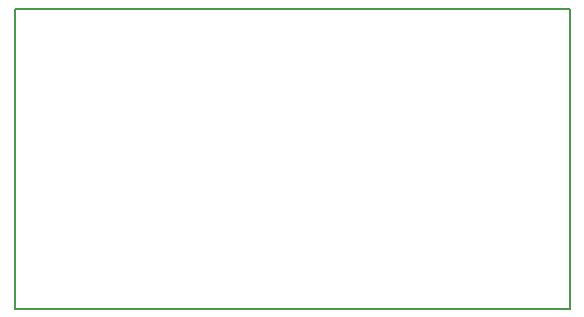
<source format=gbr>
G04 #@! TF.GenerationSoftware,KiCad,Pcbnew,(5.0.1)-3*
G04 #@! TF.CreationDate,2018-12-07T15:58:26-08:00*
G04 #@! TF.ProjectId,500-1092-DualAtnGain,3530302D313039322D4475616C41746E,rev?*
G04 #@! TF.SameCoordinates,Original*
G04 #@! TF.FileFunction,Profile,NP*
%FSLAX46Y46*%
G04 Gerber Fmt 4.6, Leading zero omitted, Abs format (unit mm)*
G04 Created by KiCad (PCBNEW (5.0.1)-3) date 12/7/2018 3:58:26 PM*
%MOMM*%
%LPD*%
G01*
G04 APERTURE LIST*
%ADD10C,0.150000*%
G04 APERTURE END LIST*
D10*
X118110000Y-88900000D02*
X165100000Y-88900000D01*
X118110000Y-114300000D02*
X165100000Y-114300000D01*
X165100000Y-88900000D02*
X165100000Y-114300000D01*
X118110000Y-88900000D02*
X118110000Y-114300000D01*
M02*

</source>
